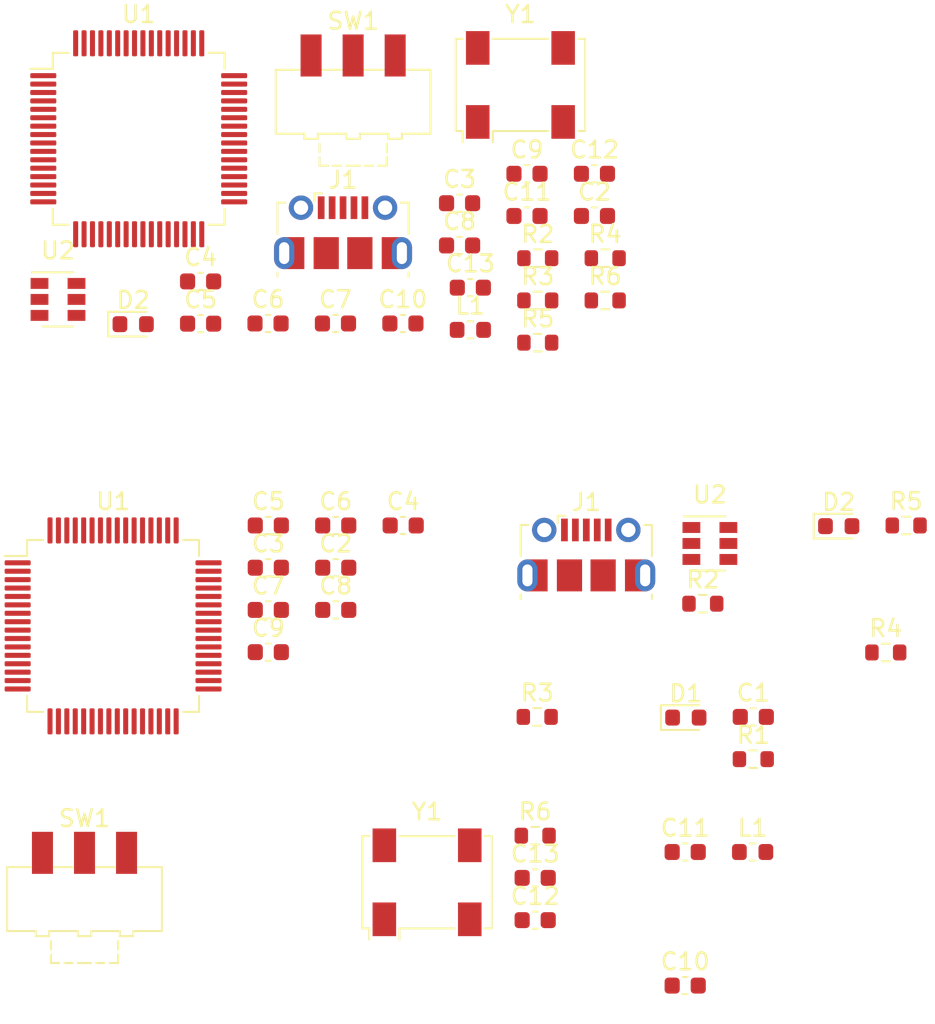
<source format=kicad_pcb>
(kicad_pcb (version 20221018) (generator pcbnew)
  (layers (0 "F.Cu" signal) (31 "B.Cu" signal) (34 "B.Paste" user) (35 "F.Paste" user) (36 "B.SilkS" user "B.Silkscreen") (37 "F.SilkS" user "F.Silkscreen") (38 "B.Mask" user) (39 "F.Mask" user) (44 "Edge.Cuts" user))
  (net 0 "")
  (net 1 "+3.3VA")
  (net 2 "GND")
  (net 3 "+3V3")
  (net 4 "/vcap1")
  (net 5 "/vcap2")
  (net 6 "/OSC_IN")
  (net 7 "Net-(C13-Pad1)")
  (net 8 "Net-(D2-Pad1)")
  (net 9 "/CONN_USB_M")
  (net 10 "+5V")
  (net 11 "/CONN_USB_P")
  (net 12 "/BOOT0")
  (net 13 "Net-(R4-Pad1)")
  (net 14 "/HB")
  (net 15 "/OSC_OUT")
  (net 16 "/USART2_TX")
  (net 17 "/USB_P")
  (net 18 "/USB_M")
  (footprint "C_0603_1608Metric" (layer "F.Cu") (at 130.201001 48.955001)
    (fp_text reference "C8" (at 0 -1.43) (layer "F.SilkS"))
    (fp_text value "2.2uF")
    (pad "1" smd roundrect (at -0.775 0) (size 0.9 0.95) (layers "F.Cu" "F.Paste" "F.Mask"))
    (pad "2" smd roundrect (at 0.775 0) (size 0.9 0.95) (layers "F.Cu" "F.Paste" "F.Mask"))
  )
  (footprint "R_0603_1608Metric" (layer "F.Cu") (at 162.911001 51.485001)
    (fp_text reference "R4" (at 0 -1.43) (layer "F.SilkS"))
    (fp_text value "10k")
    (pad "1" smd roundrect (at -0.825 0) (size 0.8 0.95) (layers "F.Cu" "F.Paste" "F.Mask"))
    (pad "2" smd roundrect (at 0.825 0) (size 0.8 0.95) (layers "F.Cu" "F.Paste" "F.Mask"))
  )
  (footprint "R_0603_1608Metric" (layer "F.Cu") (at 164.121001 43.935001)
    (fp_text reference "R5" (at 0 -1.43) (layer "F.SilkS"))
    (fp_text value "5.6k")
    (pad "1" smd roundrect (at -0.825 0) (size 0.8 0.95) (layers "F.Cu" "F.Paste" "F.Mask"))
    (pad "2" smd roundrect (at 0.825 0) (size 0.8 0.95) (layers "F.Cu" "F.Paste" "F.Mask"))
  )
  (footprint "C_0603_1608Metric" (layer "F.Cu") (at 130.201001 43.935001)
    (fp_text reference "C6" (at 0 -1.43) (layer "F.SilkS"))
    (fp_text value "100nF")
    (pad "1" smd roundrect (at -0.775 0) (size 0.9 0.95) (layers "F.Cu" "F.Paste" "F.Mask"))
    (pad "2" smd roundrect (at 0.775 0) (size 0.9 0.95) (layers "F.Cu" "F.Paste" "F.Mask"))
  )
  (footprint "C_0603_1608Metric" (layer "F.Cu") (at 134.211001 43.935001)
    (fp_text reference "C4" (at 0 -1.43) (layer "F.SilkS"))
    (fp_text value "100nF")
    (pad "1" smd roundrect (at -0.775 0) (size 0.9 0.95) (layers "F.Cu" "F.Paste" "F.Mask"))
    (pad "2" smd roundrect (at 0.775 0) (size 0.9 0.95) (layers "F.Cu" "F.Paste" "F.Mask"))
  )
  (footprint "C_0603_1608Metric" (layer "F.Cu") (at 142.061001 67.395001)
    (fp_text reference "C12" (at 0 -1.43) (layer "F.SilkS"))
    (fp_text value "12pF")
    (pad "1" smd roundrect (at -0.775 0) (size 0.9 0.95) (layers "F.Cu" "F.Paste" "F.Mask"))
    (pad "2" smd roundrect (at 0.775 0) (size 0.9 0.95) (layers "F.Cu" "F.Paste" "F.Mask"))
  )
  (footprint "C_0603_1608Metric" (layer "F.Cu") (at 150.981001 63.345001)
    (fp_text reference "C11" (at 0 -1.43) (layer "F.SilkS"))
    (fp_text value "10nF")
    (pad "1" smd roundrect (at -0.775 0) (size 0.9 0.95) (layers "F.Cu" "F.Paste" "F.Mask"))
    (pad "2" smd roundrect (at 0.775 0) (size 0.9 0.95) (layers "F.Cu" "F.Paste" "F.Mask"))
  )
  (footprint "D_0603_1608Metric" (layer "F.Cu") (at 160.111001 43.975001)
    (fp_text reference "D2" (at 0 -1.43) (layer "F.SilkS"))
    (fp_text value "D")
    (pad "1" smd roundrect (at -0.7875 0) (size 0.875 0.95) (layers "F.Cu" "F.Paste" "F.Mask"))
    (pad "2" smd roundrect (at 0.7875 0) (size 0.875 0.95) (layers "F.Cu" "F.Paste" "F.Mask"))
  )
  (footprint "SOT-23-6" (layer "F.Cu") (at 152.451001 45.005001)
    (fp_text reference "U2" (at 0 -2.9) (layer "F.SilkS"))
    (fp_text value "USBLC6-4SC6")
    (pad "1" smd rect (at -1.1 -0.95) (size 1.06 0.65) (layers "F.Cu" "F.Paste" "F.Mask"))
    (pad "2" smd rect (at -1.1 0) (size 1.06 0.65) (layers "F.Cu" "F.Paste" "F.Mask"))
    (pad "3" smd rect (at -1.1 0.95) (size 1.06 0.65) (layers "F.Cu" "F.Paste" "F.Mask"))
    (pad "4" smd rect (at 1.1 0.95) (size 1.06 0.65) (layers "F.Cu" "F.Paste" "F.Mask"))
    (pad "5" smd rect (at 1.1 0) (size 1.06 0.65) (layers "F.Cu" "F.Paste" "F.Mask"))
    (pad "6" smd rect (at 1.1 -0.95) (size 1.06 0.65) (layers "F.Cu" "F.Paste" "F.Mask"))
  )
  (footprint "R_0603_1608Metric" (layer "F.Cu") (at 142.181001 55.315001)
    (fp_text reference "R3" (at 0 -1.43) (layer "F.SilkS"))
    (fp_text value "1.5k")
    (pad "1" smd roundrect (at -0.825 0) (size 0.8 0.95) (layers "F.Cu" "F.Paste" "F.Mask"))
    (pad "2" smd roundrect (at 0.825 0) (size 0.8 0.95) (layers "F.Cu" "F.Paste" "F.Mask"))
  )
  (footprint "LQFP-64_10x10mm_P0.5mm" (layer "F.Cu") (at 116.961001 49.905001)
    (fp_text reference "U1" (at 0 -7.4) (layer "F.SilkS"))
    (fp_text value "STM32F405RGTx")
    (pad "1" smd roundrect (at -5.675 -3.75) (size 1.55 0.3) (layers "F.Cu" "F.Paste" "F.Mask"))
    (pad "2" smd roundrect (at -5.675 -3.25) (size 1.55 0.3) (layers "F.Cu" "F.Paste" "F.Mask"))
    (pad "3" smd roundrect (at -5.675 -2.75) (size 1.55 0.3) (layers "F.Cu" "F.Paste" "F.Mask"))
    (pad "4" smd roundrect (at -5.675 -2.25) (size 1.55 0.3) (layers "F.Cu" "F.Paste" "F.Mask"))
    (pad "5" smd roundrect (at -5.675 -1.75) (size 1.55 0.3) (layers "F.Cu" "F.Paste" "F.Mask"))
    (pad "6" smd roundrect (at -5.675 -1.25) (size 1.55 0.3) (layers "F.Cu" "F.Paste" "F.Mask"))
    (pad "7" smd roundrect (at -5.675 -0.75) (size 1.55 0.3) (layers "F.Cu" "F.Paste" "F.Mask"))
    (pad "8" smd roundrect (at -5.675 -0.25) (size 1.55 0.3) (layers "F.Cu" "F.Paste" "F.Mask"))
    (pad "9" smd roundrect (at -5.675 0.25) (size 1.55 0.3) (layers "F.Cu" "F.Paste" "F.Mask"))
    (pad "10" smd roundrect (at -5.675 0.75) (size 1.55 0.3) (layers "F.Cu" "F.Paste" "F.Mask"))
    (pad "11" smd roundrect (at -5.675 1.25) (size 1.55 0.3) (layers "F.Cu" "F.Paste" "F.Mask"))
    (pad "12" smd roundrect (at -5.675 1.75) (size 1.55 0.3) (layers "F.Cu" "F.Paste" "F.Mask"))
    (pad "13" smd roundrect (at -5.675 2.25) (size 1.55 0.3) (layers "F.Cu" "F.Paste" "F.Mask"))
    (pad "14" smd roundrect (at -5.675 2.75) (size 1.55 0.3) (layers "F.Cu" "F.Paste" "F.Mask"))
    (pad "15" smd roundrect (at -5.675 3.25) (size 1.55 0.3) (layers "F.Cu" "F.Paste" "F.Mask"))
    (pad "16" smd roundrect (at -5.675 3.75) (size 1.55 0.3) (layers "F.Cu" "F.Paste" "F.Mask"))
    (pad "17" smd roundrect (at -3.75 5.675) (size 0.3 1.55) (layers "F.Cu" "F.Paste" "F.Mask"))
    (pad "18" smd roundrect (at -3.25 5.675) (size 0.3 1.55) (layers "F.Cu" "F.Paste" "F.Mask"))
    (pad "19" smd roundrect (at -2.75 5.675) (size 0.3 1.55) (layers "F.Cu" "F.Paste" "F.Mask"))
    (pad "20" smd roundrect (at -2.25 5.675) (size 0.3 1.55) (layers "F.Cu" "F.Paste" "F.Mask"))
    (pad "21" smd roundrect (at -1.75 5.675) (size 0.3 1.55) (layers "F.Cu" "F.Paste" "F.Mask"))
    (pad "22" smd roundrect (at -1.25 5.675) (size 0.3 1.55) (layers "F.Cu" "F.Paste" "F.Mask"))
    (pad "23" smd roundrect (at -0.75 5.675) (size 0.3 1.55) (layers "F.Cu" "F.Paste" "F.Mask"))
    (pad "24" smd roundrect (at -0.25 5.675) (size 0.3 1.55) (layers "F.Cu" "F.Paste" "F.Mask"))
    (pad "25" smd roundrect (at 0.25 5.675) (size 0.3 1.55) (layers "F.Cu" "F.Paste" "F.Mask"))
    (pad "26" smd roundrect (at 0.75 5.675) (size 0.3 1.55) (layers "F.Cu" "F.Paste" "F.Mask"))
    (pad "27" smd roundrect (at 1.25 5.675) (size 0.3 1.55) (layers "F.Cu" "F.Paste" "F.Mask"))
    (pad "28" smd roundrect (at 1.75 5.675) (size 0.3 1.55) (layers "F.Cu" "F.Paste" "F.Mask"))
    (pad "29" smd roundrect (at 2.25 5.675) (size 0.3 1.55) (layers "F.Cu" "F.Paste" "F.Mask"))
    (pad "30" smd roundrect (at 2.75 5.675) (size 0.3 1.55) (layers "F.Cu" "F.Paste" "F.Mask"))
    (pad "31" smd roundrect (at 3.25 5.675) (size 0.3 1.55) (layers "F.Cu" "F.Paste" "F.Mask"))
    (pad "32" smd roundrect (at 3.75 5.675) (size 0.3 1.55) (layers "F.Cu" "F.Paste" "F.Mask"))
    (pad "33" smd roundrect (at 5.675 3.75) (size 1.55 0.3) (layers "F.Cu" "F.Paste" "F.Mask"))
    (pad "34" smd roundrect (at 5.675 3.25) (size 1.55 0.3) (layers "F.Cu" "F.Paste" "F.Mask"))
    (pad "35" smd roundrect (at 5.675 2.75) (size 1.55 0.3) (layers "F.Cu" "F.Paste" "F.Mask"))
    (pad "36" smd roundrect (at 5.675 2.25) (size 1.55 0.3) (layers "F.Cu" "F.Paste" "F.Mask"))
    (pad "37" smd roundrect (at 5.675 1.75) (size 1.55 0.3) (layers "F.Cu" "F.Paste" "F.Mask"))
    (pad "38" smd roundrect (at 5.675 1.25) (size 1.55 0.3) (layers "F.Cu" "F.Paste" "F.Mask"))
    (pad "39" smd roundrect (at 5.675 0.75) (size 1.55 0.3) (layers "F.Cu" "F.Paste" "F.Mask"))
    (pad "40" smd roundrect (at 5.675 0.25) (size 1.55 0.3) (layers "F.Cu" "F.Paste" "F.Mask"))
    (pad "41" smd roundrect (at 5.675 -0.25) (size 1.55 0.3) (layers "F.Cu" "F.Paste" "F.Mask"))
    (pad "42" smd roundrect (at 5.675 -0.75) (size 1.55 0.3) (layers "F.Cu" "F.Paste" "F.Mask"))
    (pad "43" smd roundrect (at 5.675 -1.25) (size 1.55 0.3) (layers "F.Cu" "F.Paste" "F.Mask"))
    (pad "44" smd roundrect (at 5.675 -1.75) (size 1.55 0.3) (layers "F.Cu" "F.Paste" "F.Mask"))
    (pad "45" smd roundrect (at 5.675 -2.25) (size 1.55 0.3) (layers "F.Cu" "F.Paste" "F.Mask"))
    (pad "46" smd roundrect (at 5.675 -2.75) (size 1.55 0.3) (layers "F.Cu" "F.Paste" "F.Mask"))
    (pad "47" smd roundrect (at 5.675 -3.25) (size 1.55 0.3) (layers "F.Cu" "F.Paste" "F.Mask"))
    (pad "48" smd roundrect (at 5.675 -3.75) (size 1.55 0.3) (layers "F.Cu" "F.Paste" "F.Mask"))
    (pad "49" smd roundrect (at 3.75 -5.675) (size 0.3 1.55) (layers "F.Cu" "F.Paste" "F.Mask"))
    (pad "50" smd roundrect (at 3.25 -5.675) (size 0.3 1.55) (layers "F.Cu" "F.Paste" "F.Mask"))
    (pad "51" smd roundrect (at 2.75 -5.675) (size 0.3 1.55) (layers "F.Cu" "F.Paste" "F.Mask"))
    (pad "52" smd roundrect (at 2.25 -5.675) (size 0.3 1.55) (layers "F.Cu" "F.Paste" "F.Mask"))
    (pad "53" smd roundrect (at 1.75 -5.675) (size 0.3 1.55) (layers "F.Cu" "F.Paste" "F.Mask"))
    (pad "54" smd roundrect (at 1.25 -5.675) (size 0.3 1.55) (layers "F.Cu" "F.Paste" "F.Mask"))
    (pad "55" smd roundrect (at 0.75 -5.675) (size 0.3 1.55) (layers "F.Cu" "F.Paste" "F.Mask"))
    (pad "56" smd roundrect (at 0.25 -5.675) (size 0.3 1.55) (layers "F.Cu" "F.Paste" "F.Mask"))
    (pad "57" smd roundrect (at -0.25 -5.675) (size 0.3 1.55) (layers "F.Cu" "F.Paste" "F.Mask"))
    (pad "58" smd roundrect (at -0.75 -5.675) (size 0.3 1.55) (layers "F.Cu" "F.Paste" "F.Mask"))
    (pad "59" smd roundrect (at -1.25 -5.675) (size 0.3 1.55) (layers "F.Cu" "F.Paste" "F.Mask"))
    (pad "60" smd roundrect (at -1.75 -5.675) (size 0.3 1.55) (layers "F.Cu" "F.Paste" "F.Mask"))
    (pad "61" smd roundrect (at -2.25 -5.675) (size 0.3 1.55) (layers "F.Cu" "F.Paste" "F.Mask"))
    (pad "62" smd roundrect (at -2.75 -5.675) (size 0.3 1.55) (layers "F.Cu" "F.Paste" "F.Mask"))
    (pad "63" smd roundrect (at -3.25 -5.675) (size 0.3 1.55) (layers "F.Cu" "F.Paste" "F.Mask"))
    (pad "64" smd roundrect (at -3.75 -5.675) (size 0.3 1.55) (layers "F.Cu" "F.Paste" "F.Mask"))
  )
  (footprint "C_0603_1608Metric" (layer "F.Cu") (at 130.201001 46.445001)
    (fp_text reference "C2" (at 0 -1.43) (layer "F.SilkS"))
    (fp_text value "4.7uF")
    (pad "1" smd roundrect (at -0.775 0) (size 0.9 0.95) (layers "F.Cu" "F.Paste" "F.Mask"))
    (pad "2" smd roundrect (at 0.775 0) (size 0.9 0.95) (layers "F.Cu" "F.Paste" "F.Mask"))
  )
  (footprint "R_0603_1608Metric" (layer "F.Cu") (at 155.031001 57.825001)
    (fp_text reference "R1" (at 0 -1.43) (layer "F.SilkS"))
    (fp_text value "1.5k")
    (pad "1" smd roundrect (at -0.825 0) (size 0.8 0.95) (layers "F.Cu" "F.Paste" "F.Mask"))
    (pad "2" smd roundrect (at 0.825 0) (size 0.8 0.95) (layers "F.Cu" "F.Paste" "F.Mask"))
  )
  (footprint "SW_SPDT_CK-JS102011SAQN" (layer "F.Cu") (at 115.261001 66.145001)
    (fp_text reference "SW1" (at 0 -4.8) (layer "F.SilkS"))
    (fp_text value "SW_SPDT")
    (pad "" np_thru_hole circle (at -3.4 0) (size 0.9 0.9) (drill 0.9) (layers "*.Cu" "*.Mask"))
    (pad "" np_thru_hole circle (at 3.4 0) (size 0.9 0.9) (drill 0.9) (layers "*.Cu" "*.Mask"))
    (pad "1" smd rect (at -2.5 -2.75) (size 1.25 2.5) (layers "F.Cu" "F.Paste" "F.Mask"))
    (pad "2" smd rect (at 0 -2.75) (size 1.25 2.5) (layers "F.Cu" "F.Paste" "F.Mask"))
    (pad "3" smd rect (at 2.5 -2.75) (size 1.25 2.5) (layers "F.Cu" "F.Paste" "F.Mask"))
  )
  (footprint "L_0603_1608Metric" (layer "F.Cu") (at 154.991001 63.345001)
    (fp_text reference "L1" (at 0 -1.43) (layer "F.SilkS"))
    (fp_text value "29nH")
    (pad "1" smd roundrect (at -0.7875 0) (size 0.875 0.95) (layers "F.Cu" "F.Paste" "F.Mask"))
    (pad "2" smd roundrect (at 0.7875 0) (size 0.875 0.95) (layers "F.Cu" "F.Paste" "F.Mask"))
  )
  (footprint "C_0603_1608Metric" (layer "F.Cu") (at 155.031001 55.315001)
    (fp_text reference "C1" (at 0 -1.43) (layer "F.SilkS"))
    (fp_text value "C_Small")
    (pad "1" smd roundrect (at -0.775 0) (size 0.9 0.95) (layers "F.Cu" "F.Paste" "F.Mask"))
    (pad "2" smd roundrect (at 0.775 0) (size 0.9 0.95) (layers "F.Cu" "F.Paste" "F.Mask"))
  )
  (footprint "D_0603_1608Metric" (layer "F.Cu") (at 151.021001 55.355001)
    (fp_text reference "D1" (at 0 -1.43) (layer "F.SilkS"))
    (fp_text value "D")
    (pad "1" smd roundrect (at -0.7875 0) (size 0.875 0.95) (layers "F.Cu" "F.Paste" "F.Mask"))
    (pad "2" smd roundrect (at 0.7875 0) (size 0.875 0.95) (layers "F.Cu" "F.Paste" "F.Mask"))
  )
  (footprint "USB_Micro-B_Molex-105017-0001" (layer "F.Cu") (at 145.101001 45.665001)
    (fp_text reference "J1" (at 0 -3.1125) (layer "F.SilkS"))
    (fp_text value "USB_B_Micro")
    (pad "1" smd rect (at -1.3 -1.4625) (size 0.4 1.35) (layers "F.Cu" "F.Paste" "F.Mask"))
    (pad "2" smd rect (at -0.65 -1.4625) (size 0.4 1.35) (layers "F.Cu" "F.Paste" "F.Mask"))
    (pad "3" smd rect (at 0 -1.4625) (size 0.4 1.35) (layers "F.Cu" "F.Paste" "F.Mask"))
    (pad "4" smd rect (at 0.65 -1.4625) (size 0.4 1.35) (layers "F.Cu" "F.Paste" "F.Mask"))
    (pad "5" smd rect (at 1.3 -1.4625) (size 0.4 1.35) (layers "F.Cu" "F.Paste" "F.Mask"))
    (pad "6" thru_hole oval (at -3.5 1.2375 180) (size 1.2 1.9) (drill oval 0.6 1.3) (layers "*.Cu" "*.Mask"))
    (pad "6" smd rect (at -2.9 1.2375) (size 1.2 1.9) (layers "F.Cu" "F.Mask"))
    (pad "6" thru_hole circle (at -2.5 -1.4625) (size 1.45 1.45) (drill 0.85) (layers "*.Cu" "*.Mask"))
    (pad "6" smd rect (at -1 1.2375) (size 1.5 1.9) (layers "F.Cu" "F.Paste" "F.Mask"))
    (pad "6" smd rect (at 1 1.2375) (size 1.5 1.9) (layers "F.Cu" "F.Paste" "F.Mask"))
    (pad "6" thru_hole circle (at 2.5 -1.4625) (size 1.45 1.45) (drill 0.85) (layers "*.Cu" "*.Mask"))
    (pad "6" smd rect (at 2.9 1.2375) (size 1.2 1.9) (layers "F.Cu" "F.Mask"))
    (pad "6" thru_hole oval (at 3.5 1.2375) (size 1.2 1.9) (drill oval 0.6 1.3) (layers "*.Cu" "*.Mask"))
  )
  (footprint "C_0603_1608Metric" (layer "F.Cu") (at 142.061001 64.885001)
    (fp_text reference "C13" (at 0 -1.43) (layer "F.SilkS"))
    (fp_text value "12pF")
    (pad "1" smd roundrect (at -0.775 0) (size 0.9 0.95) (layers "F.Cu" "F.Paste" "F.Mask"))
    (pad "2" smd roundrect (at 0.775 0) (size 0.9 0.95) (layers "F.Cu" "F.Paste" "F.Mask"))
  )
  (footprint "C_0603_1608Metric" (layer "F.Cu") (at 126.191001 43.935001)
    (fp_text reference "C5" (at 0 -1.43) (layer "F.SilkS"))
    (fp_text value "100nF")
    (pad "1" smd roundrect (at -0.775 0) (size 0.9 0.95) (layers "F.Cu" "F.Paste" "F.Mask"))
    (pad "2" smd roundrect (at 0.775 0) (size 0.9 0.95) (layers "F.Cu" "F.Paste" "F.Mask"))
  )
  (footprint "Oscillator_SMD_Fordahl_DFAS2-4Pin_7.3x5.1mm" (layer "F.Cu") (at 135.631001 65.145001)
    (fp_text reference "Y1" (at 0 -4.2) (layer "F.SilkS"))
    (fp_text value "Crystal_GND24_Small")
    (pad "1" smd rect (at -2.54 2.2) (size 1.4 2) (layers "F.Cu" "F.Paste" "F.Mask"))
    (pad "2" smd rect (at 2.54 2.2) (size 1.4 2) (layers "F.Cu" "F.Paste" "F.Mask"))
    (pad "3" smd rect (at 2.54 -2.2) (size 1.4 2) (layers "F.Cu" "F.Paste" "F.Mask"))
    (pad "4" smd rect (at -2.54 -2.2) (size 1.4 2) (layers "F.Cu" "F.Paste" "F.Mask"))
  )
  (footprint "R_0603_1608Metric" (layer "F.Cu") (at 142.061001 62.375001)
    (fp_text reference "R6" (at 0 -1.43) (layer "F.SilkS"))
    (fp_text value "47R")
    (pad "1" smd roundrect (at -0.825 0) (size 0.8 0.95) (layers "F.Cu" "F.Paste" "F.Mask"))
    (pad "2" smd roundrect (at 0.825 0) (size 0.8 0.95) (layers "F.Cu" "F.Paste" "F.Mask"))
  )
  (footprint "C_0603_1608Metric" (layer "F.Cu") (at 126.191001 46.445001)
    (fp_text reference "C3" (at 0 -1.43) (layer "F.SilkS"))
    (fp_text value "100nF")
    (pad "1" smd roundrect (at -0.775 0) (size 0.9 0.95) (layers "F.Cu" "F.Paste" "F.Mask"))
    (pad "2" smd roundrect (at 0.775 0) (size 0.9 0.95) (layers "F.Cu" "F.Paste" "F.Mask"))
  )
  (footprint "R_0603_1608Metric" (layer "F.Cu") (at 152.031001 48.585001)
    (fp_text reference "R2" (at 0 -1.43) (layer "F.SilkS"))
    (fp_text value "1.5k")
    (pad "1" smd roundrect (at -0.825 0) (size 0.8 0.95) (layers "F.Cu" "F.Paste" "F.Mask"))
    (pad "2" smd roundrect (at 0.825 0) (size 0.8 0.95) (layers "F.Cu" "F.Paste" "F.Mask"))
  )
  (footprint "C_0603_1608Metric" (layer "F.Cu") (at 126.191001 51.465001)
    (fp_text reference "C9" (at 0 -1.43) (layer "F.SilkS"))
    (fp_text value "2.2uF")
    (pad "1" smd roundrect (at -0.775 0) (size 0.9 0.95) (layers "F.Cu" "F.Paste" "F.Mask"))
    (pad "2" smd roundrect (at 0.775 0) (size 0.9 0.95) (layers "F.Cu" "F.Paste" "F.Mask"))
  )
  (footprint "C_0603_1608Metric" (layer "F.Cu") (at 126.191001 48.955001)
    (fp_text reference "C7" (at 0 -1.43) (layer "F.SilkS"))
    (fp_text value "100nF")
    (pad "1" smd roundrect (at -0.775 0) (size 0.9 0.95) (layers "F.Cu" "F.Paste" "F.Mask"))
    (pad "2" smd roundrect (at 0.775 0) (size 0.9 0.95) (layers "F.Cu" "F.Paste" "F.Mask"))
  )
  (footprint "C_0603_1608Metric" (layer "F.Cu") (at 150.981001 71.285001)
    (fp_text reference "C10" (at 0 -1.43) (layer "F.SilkS"))
    (fp_text value "1uF")
    (pad "1" smd roundrect (at -0.775 0) (size 0.9 0.95) (layers "F.Cu" "F.Paste" "F.Mask"))
    (pad "2" smd roundrect (at 0.775 0) (size 0.9 0.95) (layers "F.Cu" "F.Paste" "F.Mask"))
  )
  (footprint "C_0603_1608Metric" (layer "F.Cu") (at 145.585001 25.539001)
    (fp_text reference "C2" (at 0 -1.43) (layer "F.SilkS"))
    (fp_text value "~")
    (pad "1" smd roundrect (at -0.775 0) (size 0.9 0.95) (layers "F.Cu" "F.Paste" "F.Mask") (net 3 "+3V3"))
    (pad "2" smd roundrect (at 0.775 0) (size 0.9 0.95) (layers "F.Cu" "F.Paste" "F.Mask") (net 2 "GND"))
  )
  (footprint "C_0603_1608Metric" (layer "F.Cu") (at 137.565001 24.779001)
    (fp_text reference "C3" (at 0 -1.43) (layer "F.SilkS"))
    (fp_text value "~")
    (pad "1" smd roundrect (at -0.775 0) (size 0.9 0.95) (layers "F.Cu" "F.Paste" "F.Mask") (net 3 "+3V3"))
    (pad "2" smd roundrect (at 0.775 0) (size 0.9 0.95) (layers "F.Cu" "F.Paste" "F.Mask") (net 2 "GND"))
  )
  (footprint "C_0603_1608Metric" (layer "F.Cu") (at 122.165001 29.429001)
    (fp_text reference "C4" (at 0 -1.43) (layer "F.SilkS"))
    (fp_text value "~")
    (pad "1" smd roundrect (at -0.775 0) (size 0.9 0.95) (layers "F.Cu" "F.Paste" "F.Mask") (net 3 "+3V3"))
    (pad "2" smd roundrect (at 0.775 0) (size 0.9 0.95) (layers "F.Cu" "F.Paste" "F.Mask") (net 2 "GND"))
  )
  (footprint "C_0603_1608Metric" (layer "F.Cu") (at 122.165001 31.939001)
    (fp_text reference "C5" (at 0 -1.43) (layer "F.SilkS"))
    (fp_text value "~")
    (pad "1" smd roundrect (at -0.775 0) (size 0.9 0.95) (layers "F.Cu" "F.Paste" "F.Mask") (net 3 "+3V3"))
    (pad "2" smd roundrect (at 0.775 0) (size 0.9 0.95) (layers "F.Cu" "F.Paste" "F.Mask") (net 2 "GND"))
  )
  (footprint "C_0603_1608Metric" (layer "F.Cu") (at 126.175001 31.929001)
    (fp_text reference "C6" (at 0 -1.43) (layer "F.SilkS"))
    (fp_text value "~")
    (pad "1" smd roundrect (at -0.775 0) (size 0.9 0.95) (layers "F.Cu" "F.Paste" "F.Mask") (net 3 "+3V3"))
    (pad "2" smd roundrect (at 0.775 0) (size 0.9 0.95) (layers "F.Cu" "F.Paste" "F.Mask") (net 2 "GND"))
  )
  (footprint "C_0603_1608Metric" (layer "F.Cu") (at 130.185001 31.929001)
    (fp_text reference "C7" (at 0 -1.43) (layer "F.SilkS"))
    (fp_text value "~")
    (pad "1" smd roundrect (at -0.775 0) (size 0.9 0.95) (layers "F.Cu" "F.Paste" "F.Mask") (net 3 "+3V3"))
    (pad "2" smd roundrect (at 0.775 0) (size 0.9 0.95) (layers "F.Cu" "F.Paste" "F.Mask") (net 2 "GND"))
  )
  (footprint "C_0603_1608Metric" (layer "F.Cu") (at 137.565001 27.289001)
    (fp_text reference "C8" (at 0 -1.43) (layer "F.SilkS"))
    (fp_text value "~")
    (pad "1" smd roundrect (at -0.775 0) (size 0.9 0.95) (layers "F.Cu" "F.Paste" "F.Mask") (net 2 "GND"))
    (pad "2" smd roundrect (at 0.775 0) (size 0.9 0.95) (layers "F.Cu" "F.Paste" "F.Mask") (net 4 "/vcap1"))
  )
  (footprint "C_0603_1608Metric" (layer "F.Cu") (at 141.575001 23.029001)
    (fp_text reference "C9" (at 0 -1.43) (layer "F.SilkS"))
    (fp_text value "~")
    (pad "1" smd roundrect (at -0.775 0) (size 0.9 0.95) (layers "F.Cu" "F.Paste" "F.Mask") (net 2 "GND"))
    (pad "2" smd roundrect (at 0.775 0) (size 0.9 0.95) (layers "F.Cu" "F.Paste" "F.Mask") (net 5 "/vcap2"))
  )
  (footprint "C_0603_1608Metric" (layer "F.Cu") (at 134.195001 31.929001)
    (fp_text reference "C10" (at 0 -1.43) (layer "F.SilkS"))
    (fp_text value "~")
    (pad "1" smd roundrect (at -0.775 0) (size 0.9 0.95) (layers "F.Cu" "F.Paste" "F.Mask") (net 1 "+3.3VA"))
    (pad "2" smd roundrect (at 0.775 0) (size 0.9 0.95) (layers "F.Cu" "F.Paste" "F.Mask") (net 2 "GND"))
  )
  (footprint "C_0603_1608Metric" (layer "F.Cu") (at 141.575001 25.539001)
    (fp_text reference "C11" (at 0 -1.43) (layer "F.SilkS"))
    (fp_text value "~")
    (pad "1" smd roundrect (at -0.775 0) (size 0.9 0.95) (layers "F.Cu" "F.Paste" "F.Mask") (net 1 "+3.3VA"))
    (pad "2" smd roundrect (at 0.775 0) (size 0.9 0.95) (layers "F.Cu" "F.Paste" "F.Mask") (net 2 "GND"))
  )
  (footprint "C_0603_1608Metric" (layer "F.Cu") (at 145.585001 23.029001)
    (fp_text reference "C12" (at 0 -1.43) (layer "F.SilkS"))
    (fp_text value "~")
    (pad "1" smd roundrect (at -0.775 0) (size 0.9 0.95) (layers "F.Cu" "F.Paste" "F.Mask") (net 6 "/OSC_IN"))
    (pad "2" smd roundrect (at 0.775 0) (size 0.9 0.95) (layers "F.Cu" "F.Paste" "F.Mask") (net 2 "GND"))
  )
  (footprint "C_0603_1608Metric" (layer "F.Cu") (at 138.205001 29.799001)
    (fp_text reference "C13" (at 0 -1.43) (layer "F.SilkS"))
    (fp_text value "~")
    (pad "1" smd roundrect (at -0.775 0) (size 0.9 0.95) (layers "F.Cu" "F.Paste" "F.Mask") (net 7 "Net-(C13-Pad1)"))
    (pad "2" smd roundrect (at 0.775 0) (size 0.9 0.95) (layers "F.Cu" "F.Paste" "F.Mask") (net 2 "GND"))
  )
  (footprint "D_0603_1608Metric" (layer "F.Cu") (at 118.155001 31.969001)
    (fp_text reference "D2" (at 0 -1.43) (layer "F.SilkS"))
    (fp_text value "~")
    (pad "1" smd roundrect (at -0.7875 0) (size 0.875 0.95) (layers "F.Cu" "F.Paste" "F.Mask") (net 8 "Net-(D2-Pad1)"))
    (pad "2" smd roundrect (at 0.7875 0) (size 0.875 0.95) (layers "F.Cu" "F.Paste" "F.Mask") (net 2 "GND"))
  )
  (footprint "USB_Micro-B_Molex-105017-0001" (layer "F.Cu") (at 130.635001 26.509001)
    (fp_text reference "J1" (at 0 -3.1125) (layer "F.SilkS"))
    (fp_text value "~")
    (pad "1" smd rect (at -1.3 -1.4625) (size 0.4 1.35) (layers "F.Cu" "F.Paste" "F.Mask") (net 10 "+5V"))
    (pad "2" smd rect (at -0.65 -1.4625) (size 0.4 1.35) (layers "F.Cu" "F.Paste" "F.Mask") (net 9 "/CONN_USB_M"))
    (pad "3" smd rect (at 0 -1.4625) (size 0.4 1.35) (layers "F.Cu" "F.Paste" "F.Mask") (net 11 "/CONN_USB_P"))
    (pad "4" smd rect (at 0.65 -1.4625) (size 0.4 1.35) (layers "F.Cu" "F.Paste" "F.Mask"))
    (pad "5" smd rect (at 1.3 -1.4625) (size 0.4 1.35) (layers "F.Cu" "F.Paste" "F.Mask") (net 2 "GND"))
    (pad "6" thru_hole oval (at -3.5 1.2375 180) (size 1.2 1.9) (drill oval 0.6 1.3) (layers "*.Cu" "*.Mask") (net 2 "GND"))
    (pad "6" smd rect (at -2.9 1.2375) (size 1.2 1.9) (layers "F.Cu" "F.Mask") (net 2 "GND"))
    (pad "6" thru_hole circle (at -2.5 -1.4625) (size 1.45 1.45) (drill 0.85) (layers "*.Cu" "*.Mask") (net 2 "GND"))
    (pad "6" smd rect (at -1 1.2375) (size 1.5 1.9) (layers "F.Cu" "F.Paste" "F.Mask") (net 2 "GND"))
    (pad "6" smd rect (at 1 1.2375) (size 1.5 1.9) (layers "F.Cu" "F.Paste" "F.Mask") (net 2 "GND"))
    (pad "6" thru_hole circle (at 2.5 -1.4625) (size 1.45 1.45) (drill 0.85) (layers "*.Cu" "*.Mask") (net 2 "GND"))
    (pad "6" smd rect (at 2.9 1.2375) (size 1.2 1.9) (layers "F.Cu" "F.Mask") (net 2 "GND"))
    (pad "6" thru_hole oval (at 3.5 1.2375) (size 1.2 1.9) (drill oval 0.6 1.3) (layers "*.Cu" "*.Mask") (net 2 "GND"))
  )
  (footprint "L_0603_1608Metric" (layer "F.Cu") (at 138.205001 32.309001)
    (fp_text reference "L1" (at 0 -1.43) (layer "F.SilkS"))
    (fp_text value "~")
    (pad "1" smd roundrect (at -0.7875 0) (size 0.875 0.95) (layers "F.Cu" "F.Paste" "F.Mask") (net 3 "+3V3"))
    (pad "2" smd roundrect (at 0.7875 0) (size 0.875 0.95) (layers "F.Cu" "F.Paste" "F.Mask") (net 1 "+3.3VA"))
  )
  (footprint "R_0603_1608Metric" (layer "F.Cu") (at 142.215001 28.049001)
    (fp_text reference "R2" (at 0 -1.43) (layer "F.SilkS"))
    (fp_text value "~")
    (pad "1" smd roundrect (at -0.825 0) (size 0.8 0.95) (layers "F.Cu" "F.Paste" "F.Mask") (net 9 "/CONN_USB_M"))
    (pad "2" smd roundrect (at 0.825 0) (size 0.8 0.95) (layers "F.Cu" "F.Paste" "F.Mask") (net 10 "+5V"))
  )
  (footprint "R_0603_1608Metric" (layer "F.Cu") (at 142.215001 30.559001)
    (fp_text reference "R3" (at 0 -1.43) (layer "F.SilkS"))
    (fp_text value "~")
    (pad "1" smd roundrect (at -0.825 0) (size 0.8 0.95) (layers "F.Cu" "F.Paste" "F.Mask") (net 11 "/CONN_USB_P"))
    (pad "2" smd roundrect (at 0.825 0) (size 0.8 0.95) (layers "F.Cu" "F.Paste" "F.Mask") (net 10 "+5V"))
  )
  (footprint "R_0603_1608Metric" (layer "F.Cu") (at 146.225001 28.049001)
    (fp_text reference "R4" (at 0 -1.43) (layer "F.SilkS"))
    (fp_text value "~")
    (pad "1" smd roundrect (at -0.825 0) (size 0.8 0.95) (layers "F.Cu" "F.Paste" "F.Mask") (net 13 "Net-(R4-Pad1)"))
    (pad "2" smd roundrect (at 0.825 0) (size 0.8 0.95) (layers "F.Cu" "F.Paste" "F.Mask") (net 12 "/BOOT0"))
  )
  (footprint "R_0603_1608Metric" (layer "F.Cu") (at 142.215001 33.069001)
    (fp_text reference "R5" (at 0 -1.43) (layer "F.SilkS"))
    (fp_text value "~")
    (pad "1" smd roundrect (at -0.825 0) (size 0.8 0.95) (layers "F.Cu" "F.Paste" "F.Mask") (net 14 "/HB"))
    (pad "2" smd roundrect (at 0.825 0) (size 0.8 0.95) (layers "F.Cu" "F.Paste" "F.Mask") (net 8 "Net-(D2-Pad1)"))
  )
  (footprint "R_0603_1608Metric" (layer "F.Cu") (at 146.225001 30.559001)
    (fp_text reference "R6" (at 0 -1.43) (layer "F.SilkS"))
    (fp_text value "~")
    (pad "1" smd roundrect (at -0.825 0) (size 0.8 0.95) (layers "F.Cu" "F.Paste" "F.Mask") (net 15 "/OSC_OUT"))
    (pad "2" smd roundrect (at 0.825 0) (size 0.8 0.95) (layers "F.Cu" "F.Paste" "F.Mask") (net 7 "Net-(C13-Pad1)"))
  )
  (footprint "SW_SPDT_CK-JS102011SAQN" (layer "F.Cu") (at 131.235001 18.749001)
    (fp_text reference "SW1" (at 0 -4.8) (layer "F.SilkS"))
    (fp_text value "~")
    (pad "" np_thru_hole circle (at -3.4 0) (size 0.9 0.9) (drill 0.9) (layers "*.Cu" "*.Mask"))
    (pad "" np_thru_hole circle (at 3.4 0) (size 0.9 0.9) (drill 0.9) (layers "*.Cu" "*.Mask"))
    (pad "1" smd rect (at -2.5 -2.75) (size 1.25 2.5) (layers "F.Cu" "F.Paste" "F.Mask") (net 3 "+3V3"))
    (pad "2" smd rect (at 0 -2.75) (size 1.25 2.5) (layers "F.Cu" "F.Paste" "F.Mask") (net 13 "Net-(R4-Pad1)"))
    (pad "3" smd rect (at 2.5 -2.75) (size 1.25 2.5) (layers "F.Cu" "F.Paste" "F.Mask") (net 2 "GND"))
  )
  (footprint "LQFP-64_10x10mm_P0.5mm" (layer "F.Cu") (at 118.485001 20.949001)
    (fp_text reference "U1" (at 0 -7.4) (layer "F.SilkS"))
    (fp_text value "~")
    (pad "1" smd roundrect (at -5.675 -3.75) (size 1.55 0.3) (layers "F.Cu" "F.Paste" "F.Mask") (net 3 "+3V3"))
    (pad "2" smd roundrect (at -5.675 -3.25) (size 1.55 0.3) (layers "F.Cu" "F.Paste" "F.Mask"))
    (pad "3" smd roundrect (at -5.675 -2.75) (size 1.55 0.3) (layers "F.Cu" "F.Paste" "F.Mask"))
    (pad "4" smd roundrect (at -5.675 -2.25) (size 1.55 0.3) (layers "F.Cu" "F.Paste" "F.Mask"))
    (pad "5" smd roundrect (at -5.675 -1.75) (size 1.55 0.3) (layers "F.Cu" "F.Paste" "F.Mask") (net 6 "/OSC_IN"))
    (pad "6" smd roundrect (at -5.675 -1.25) (size 1.55 0.3) (layers "F.Cu" "F.Paste" "F.Mask") (net 15 "/OSC_OUT"))
    (pad "7" smd roundrect (at -5.675 -0.75) (size 1.55 0.3) (layers "F.Cu" "F.Paste" "F.Mask"))
    (pad "8" smd roundrect (at -5.675 -0.25) (size 1.55 0.3) (layers "F.Cu" "F.Paste" "F.Mask") (net 14 "/HB"))
    (pad "9" smd roundrect (at -5.675 0.25) (size 1.55 0.3) (layers "F.Cu" "F.Paste" "F.Mask"))
    (pad "10" smd roundrect (at -5.675 0.75) (size 1.55 0.3) (layers "F.Cu" "F.Paste" "F.Mask"))
    (pad "11" smd roundrect (at -5.675 1.25) (size 1.55 0.3) (layers "F.Cu" "F.Paste" "F.Mask"))
    (pad "12" smd roundrect (at -5.675 1.75) (size 1.55 0.3) (layers "F.Cu" "F.Paste" "F.Mask") (net 2 "GND"))
    (pad "13" smd roundrect (at -5.675 2.25) (size 1.55 0.3) (layers "F.Cu" "F.Paste" "F.Mask") (net 1 "+3.3VA"))
    (pad "14" smd roundrect (at -5.675 2.75) (size 1.55 0.3) (layers "F.Cu" "F.Paste" "F.Mask"))
    (pad "15" smd roundrect (at -5.675 3.25) (size 1.55 0.3) (layers "F.Cu" "F.Paste" "F.Mask"))
    (pad "16" smd roundrect (at -5.675 3.75) (size 1.55 0.3) (layers "F.Cu" "F.Paste" "F.Mask") (net 16 "/USART2_TX"))
    (pad "17" smd roundrect (at -3.75 5.675) (size 0.3 1.55) (layers "F.Cu" "F.Paste" "F.Mask") (net 16 "/USART2_TX"))
    (pad "18" smd roundrect (at -3.25 5.675) (size 0.3 1.55) (layers "F.Cu" "F.Paste" "F.Mask") (net 2 "GND"))
    (pad "19" smd roundrect (at -2.75 5.675) (size 0.3 1.55) (layers "F.Cu" "F.Paste" "F.Mask") (net 3 "+3V3"))
    (pad "20" smd roundrect (at -2.25 5.675) (size 0.3 1.55) (layers "F.Cu" "F.Paste" "F.Mask"))
    (pad "21" smd roundrect (at -1.75 5.675) (size 0.3 1.55) (layers "F.Cu" "F.Paste" "F.Mask"))
    (pad "22" smd roundrect (at -1.25 5.675) (size 0.3 1.55) (layers "F.Cu" "F.Paste" "F.Mask"))
    (pad "23" smd roundrect (at -0.75 5.675) (size 0.3 1.55) (layers "F.Cu" "F.Paste" "F.Mask"))
    (pad "24" smd roundrect (at -0.25 5.675) (size 0.3 1.55) (layers "F.Cu" "F.Paste" "F.Mask"))
    (pad "25" smd roundrect (at 0.25 5.675) (size 0.3 1.55) (layers "F.Cu" "F.Paste" "F.Mask"))
    (pad "26" smd roundrect (at 0.75 5.675) (size 0.3 1.55) (layers "F.Cu" "F.Paste" "F.Mask"))
    (pad "27" smd roundrect (at 1.25 5.675) (size 0.3 1.55) (layers "F.Cu" "F.Paste" "F.Mask"))
    (pad "28" smd roundrect (at 1.75 5.675) (size 0.3 1.55) (layers "F.Cu" "F.Paste" "F.Mask"))
    (pad "29" smd roundrect (at 2.25 5.675) (size 0.3 1.55) (layers "F.Cu" "F.Paste" "F.Mask"))
    (pad "30" smd roundrect (at 2.75 5.675) (size 0.3 1.55) (layers "F.Cu" "F.Paste" "F.Mask"))
    (pad "31" smd roundrect (at 3.25 5.675) (size 0.3 1.55) (layers "F.Cu" "F.Paste" "F.Mask") (net 4 "/vcap1"))
    (pad "32" smd roundrect (at 3.75 5.675) (size 0.3 1.55) (layers "F.Cu" "F.Paste" "F.Mask") (net 3 "+3V3"))
    (pad "33" smd roundrect (at 5.675 3.75) (size 1.55 0.3) (layers "F.Cu" "F.Paste" "F.Mask"))
    (pad "34" smd roundrect (at 5.675 3.25) (size 1.55 0.3) (layers "F.Cu" "F.Paste" "F.Mask"))
    (pad "35" smd roundrect (at 5.675 2.75) (size 1.55 0.3) (layers "F.Cu" "F.Paste" "F.Mask"))
    (pad "36" smd roundrect (at 5.675 2.25) (size 1.55 0.3) (layers "F.Cu" "F.Paste" "F.Mask"))
    (pad "37" smd roundrect (at 5.675 1.75) (size 1.55 0.3) (layers "F.Cu" "F.Paste" "F.Mask"))
    (pad "38" smd roundrect (at 5.675 1.25) (size 1.55 0.3) (layers "F.Cu" "F.Paste" "F.Mask"))
    (pad "39" smd roundrect (at 5.675 0.75) (size 1.55 0.3) (layers "F.Cu" "F.Paste" "F.Mask"))
    (pad "40" smd roundrect (at 5.675 0.25) (size 1.55 0.3) (layers "F.Cu" "F.Paste" "F.Mask"))
    (pad "41" smd roundrect (at 5.675 -0.25) (size 1.55 0.3) (layers "F.Cu" "F.Paste" "F.Mask"))
    (pad "42" smd roundrect (at 5.675 -0.75) (size 1.55 0.3) (layers "F.Cu" "F.Paste" "F.Mask"))
    (pad "43" smd roundrect (at 5.675 -1.25) (size 1.55 0.3) (layers "F.Cu" "F.Paste" "F.Mask") (net 17 "/USB_P"))
    (pad "44" smd roundrect (at 5.675 -1.75) (size 1.55 0.3) (layers "F.Cu" "F.Paste" "F.Mask") (net 18 "/USB_M"))
    (pad "45" smd roundrect (at 5.675 -2.25) (size 1.55 0.3) (layers "F.Cu" "F.Paste" "F.Mask") (net 17 "/USB_P"))
    (pad "46" smd roundrect (at 5.675 -2.75) (size 1.55 0.3) (layers "F.Cu" "F.Paste" "F.Mask"))
    (pad "47" smd roundrect (at 5.675 -3.25) (size 1.55 0.3) (layers "F.Cu" "F.Paste" "F.Mask") (net 5 "/vcap2"))
    (pad "48" smd roundrect (at 5.675 -3.75) (size 1.55 0.3) (layers "F.Cu" "F.Paste" "F.Mask") (net 3 "+3V3"))
    (pad "49" smd roundrect (at 3.75 -5.675) (size 0.3 1.55) (layers "F.Cu" "F.Paste" "F.Mask"))
    (pad "50" smd roundrect (at 3.25 -5.675) (size 0.3 1.55) (layers "F.Cu" "F.Paste" "F.Mask"))
    (pad "51" smd roundrect (at 2.75 -5.675) (size 0.3 1.55) (layers "F.Cu" "F.Paste" "F.Mask"))
    (pad "52" smd roundrect (at 2.25 -5.675) (size 0.3 1.55) (layers "F.Cu" "F.Paste" "F.Mask"))
    (pad "53" smd roundrect (at 1.75 -5.675) (size 0.3 1.55) (layers "F.Cu" "F.Paste" "F.Mask"))
    (pad "54" smd roundrect (at 1.25 -5.675) (size 0.3 1.55) (layers "F.Cu" "F.Paste" "F.Mask"))
    (pad "55" smd roundrect (at 0.75 -5.675) (size 0.3 1.55) (layers "F.Cu" "F.Paste" "F.Mask"))
    (pad "56" smd roundrect (at 0.25 -5.675) (size 0.3 1.55) (layers "F.Cu" "F.Paste" "F.Mask"))
    (pad "57" smd roundrect (at -0.25 -5.675) (size 0.3 1.55) (layers "F.Cu" "F.Paste" "F.Mask"))
    (pad "58" smd roundrect (at -0.75 -5.675) (size 0.3 1.55) (layers "F.Cu" "F.Paste" "F.Mask"))
    (pad "59" smd roundrect (at -1.25 -5.675) (size 0.3 1.55) (layers "F.Cu" "F.Paste" "F.Mask"))
    (pad "60" smd roundrect (at -1.75 -5.675) (size 0.3 1.55) (layers "F.Cu" "F.Paste" "F.Mask") (net 12 "/BOOT0"))
    (pad "61" smd roundrect (at -2.25 -5.675) (size 0.3 1.55) (layers "F.Cu" "F.Paste" "F.Mask"))
    (pad "62" smd roundrect (at -2.75 -5.675) (size 0.3 1.55) (layers "F.Cu" "F.Paste" "F.Mask"))
    (pad "63" smd roundrect (at -3.25 -5.675) (size 0.3 1.55) (layers "F.Cu" "F.Paste" "F.Mask") (net 2 "GND"))
    (pad "64" smd roundrect (at -3.75 -5.675) (size 0.3 1.55) (layers "F.Cu" "F.Paste" "F.Mask") (net 3 "+3V3"))
  )
  (footprint "SOT-23-6" (layer "F.Cu") (at 113.685001 30.499001)
    (fp_text reference "U2" (at 0 -2.9) (layer "F.SilkS"))
    (fp_text value "~")
    (pad "1" smd rect (at -1.1 -0.95) (size 1.06 0.65) (layers "F.Cu" "F.Paste" "F.Mask") (net 17 "/USB_P"))
    (pad "2" smd rect (at -1.1 0) (size 1.06 0.65) (layers "F.Cu" "F.Paste" "F.Mask") (net 2 "GND"))
    (pad "3" smd rect (at -1.1 0.95) (size 1.06 0.65) (layers "F.Cu" "F.Paste" "F.Mask") (net 11 "/CONN_USB_P"))
    (pad "4" smd rect (at 1.1 0.95) (size 1.06 0.65) (layers "F.Cu" "F.Paste" "F.Mask") (net 18 "/USB_M"))
    (pad "5" smd rect (at 1.1 0) (size 1.06 0.65) (layers "F.Cu" "F.Paste" "F.Mask") (net 10 "+5V"))
    (pad "6" smd rect (at 1.1 -0.95) (size 1.06 0.65) (layers "F.Cu" "F.Paste" "F.Mask") (net 9 "/CONN_USB_M"))
  )
  (footprint "Oscillator_SMD_Fordahl_DFAS2-4Pin_7.3x5.1mm" (layer "F.Cu") (at 141.185001 17.749001)
    (fp_text reference "Y1" (at 0 -4.2) (layer "F.SilkS"))
    (fp_text value "~")
    (pad "1" smd rect (at -2.54 2.2) (size 1.4 2) (layers "F.Cu" "F.Paste" "F.Mask") (net 6 "/OSC_IN"))
    (pad "2" smd rect (at 2.54 2.2) (size 1.4 2) (layers "F.Cu" "F.Paste" "F.Mask") (net 2 "GND"))
    (pad "3" smd rect (at 2.54 -2.2) (size 1.4 2) (layers "F.Cu" "F.Paste" "F.Mask") (net 7 "Net-(C13-Pad1)"))
    (pad "4" smd rect (at -2.54 -2.2) (size 1.4 2) (layers "F.Cu" "F.Paste" "F.Mask") (net 2 "GND"))
  )
)
</source>
